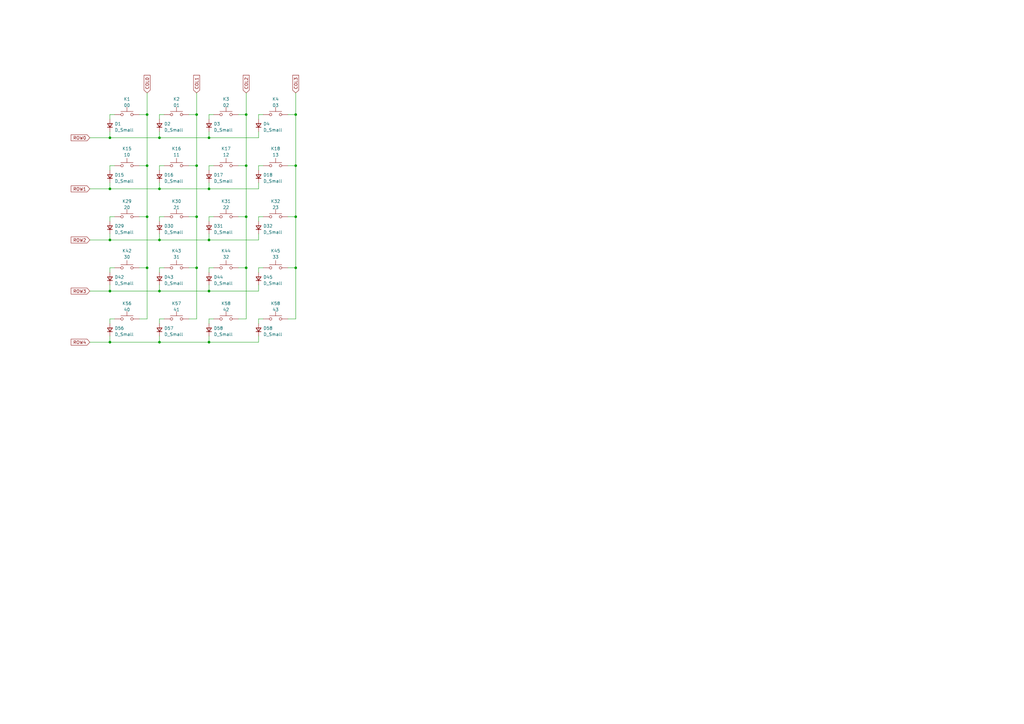
<source format=kicad_sch>
(kicad_sch (version 20230121) (generator eeschema)
  (paper "A3")
  (lib_symbols
    (symbol "Device:D_Small" (pin_numbers hide) (pin_names (offset 0.254) hide)
      (property "Reference" "D" (at -1.27 2.032 0))
      (property "Value" "D_Small" (at -3.81 -2.032 0))
      (symbol "D_Small_0_1"
        (polyline (pts (xy -0.762 -1.016) (xy -0.762 1.016)) (stroke (width 0.254)))
        (polyline (pts (xy -0.762 0) (xy 0.762 0)))
        (polyline (pts (xy 0.762 -1.016) (xy -0.762 0) (xy 0.762 1.016) (xy 0.762 -1.016)) (stroke (width 0.254)))
      )
      (symbol "D_Small_1_1"
        (pin passive line (at -2.54 0 0) (length 1.778) (name "K") (number "1"))
        (pin passive line (at 2.54 0 180) (length 1.778) (name "A") (number "2"))
      )
    )
    (symbol "Switch:SW_Push" (pin_numbers hide) (pin_names (offset 1.016) hide)
      (property "Reference" "SW" (at 1.27 2.54 0))
      (property "Value" "SW_Push" (at 0 -1.524 0))
      (symbol "SW_Push_0_1"
        (circle (center -2.032 0) (radius 0.508))
        (polyline (pts (xy 0 1.27) (xy 0 3.048)))
        (polyline (pts (xy 2.54 1.27) (xy -2.54 1.27)))
        (circle (center 2.032 0) (radius 0.508))
        (pin passive line (at -5.08 0 0) (length 2.54) (name "1") (number "1"))
        (pin passive line (at 5.08 0 180) (length 2.54) (name "2") (number "2"))
      )
    )
  )
  (junction (at 65.405 140.335))
  (junction (at 85.725 119.38))
  (junction (at 45.085 98.425))
  (junction (at 121.285 88.9))
  (junction (at 121.285 109.855))
  (junction (at 65.405 98.425))
  (junction (at 85.725 77.47))
  (junction (at 60.325 67.945))
  (junction (at 80.645 88.9))
  (junction (at 100.965 88.9))
  (junction (at 60.325 46.99))
  (junction (at 100.965 46.99))
  (junction (at 60.325 109.855))
  (junction (at 65.405 56.515))
  (junction (at 45.085 56.515))
  (junction (at 80.645 46.99))
  (junction (at 85.725 56.515))
  (junction (at 85.725 140.335))
  (junction (at 60.325 88.9))
  (junction (at 100.965 67.945))
  (junction (at 80.645 67.945))
  (junction (at 100.965 109.855))
  (junction (at 85.725 98.425))
  (junction (at 45.085 119.38))
  (junction (at 45.085 77.47))
  (junction (at 65.405 119.38))
  (junction (at 45.085 140.335))
  (junction (at 80.645 109.855))
  (junction (at 65.405 77.47))
  (junction (at 121.285 67.945))
  (junction (at 121.285 46.99))
  (wire (pts (xy 65.405 130.81) (xy 65.405 132.715)))
  (wire (pts (xy 45.085 98.425) (xy 65.405 98.425)))
  (wire (pts (xy 85.725 116.84) (xy 85.725 119.38)))
  (wire (pts (xy 118.11 109.855) (xy 121.285 109.855)))
  (wire (pts (xy 106.045 46.99) (xy 106.045 48.895)))
  (wire (pts (xy 77.47 109.855) (xy 80.645 109.855)))
  (wire (pts (xy 80.645 88.9) (xy 80.645 109.855)))
  (wire (pts (xy 57.15 67.945) (xy 60.325 67.945)))
  (wire (pts (xy 65.405 95.885) (xy 65.405 98.425)))
  (wire (pts (xy 77.47 130.81) (xy 80.645 130.81)))
  (wire (pts (xy 107.95 109.855) (xy 106.045 109.855)))
  (wire (pts (xy 65.405 88.9) (xy 65.405 90.805)))
  (wire (pts (xy 57.15 88.9) (xy 60.325 88.9)))
  (wire (pts (xy 121.285 38.1) (xy 121.285 46.99)))
  (wire (pts (xy 118.11 67.945) (xy 121.285 67.945)))
  (wire (pts (xy 45.085 137.795) (xy 45.085 140.335)))
  (wire (pts (xy 85.725 140.335) (xy 106.045 140.335)))
  (wire (pts (xy 45.085 119.38) (xy 65.405 119.38)))
  (wire (pts (xy 107.95 88.9) (xy 106.045 88.9)))
  (wire (pts (xy 87.63 46.99) (xy 85.725 46.99)))
  (wire (pts (xy 85.725 130.81) (xy 85.725 132.715)))
  (wire (pts (xy 106.045 109.855) (xy 106.045 111.76)))
  (wire (pts (xy 118.11 88.9) (xy 121.285 88.9)))
  (wire (pts (xy 65.405 137.795) (xy 65.405 140.335)))
  (wire (pts (xy 60.325 38.1) (xy 60.325 46.99)))
  (wire (pts (xy 45.085 109.855) (xy 45.085 111.76)))
  (wire (pts (xy 60.325 67.945) (xy 60.325 88.9)))
  (wire (pts (xy 100.965 38.1) (xy 100.965 46.99)))
  (wire (pts (xy 107.95 67.945) (xy 106.045 67.945)))
  (wire (pts (xy 65.405 109.855) (xy 65.405 111.76)))
  (wire (pts (xy 45.085 67.945) (xy 45.085 69.85)))
  (wire (pts (xy 65.405 98.425) (xy 85.725 98.425)))
  (wire (pts (xy 65.405 53.975) (xy 65.405 56.515)))
  (wire (pts (xy 87.63 67.945) (xy 85.725 67.945)))
  (wire (pts (xy 85.725 46.99) (xy 85.725 48.895)))
  (wire (pts (xy 118.11 46.99) (xy 121.285 46.99)))
  (wire (pts (xy 46.99 88.9) (xy 45.085 88.9)))
  (wire (pts (xy 36.83 119.38) (xy 45.085 119.38)))
  (wire (pts (xy 107.95 46.99) (xy 106.045 46.99)))
  (wire (pts (xy 45.085 53.975) (xy 45.085 56.515)))
  (wire (pts (xy 100.965 67.945) (xy 100.965 88.9)))
  (wire (pts (xy 106.045 88.9) (xy 106.045 90.805)))
  (wire (pts (xy 87.63 88.9) (xy 85.725 88.9)))
  (wire (pts (xy 45.085 140.335) (xy 65.405 140.335)))
  (wire (pts (xy 106.045 74.93) (xy 106.045 77.47)))
  (wire (pts (xy 80.645 109.855) (xy 80.645 130.81)))
  (wire (pts (xy 85.725 67.945) (xy 85.725 69.85)))
  (wire (pts (xy 65.405 119.38) (xy 85.725 119.38)))
  (wire (pts (xy 85.725 77.47) (xy 106.045 77.47)))
  (wire (pts (xy 45.085 95.885) (xy 45.085 98.425)))
  (wire (pts (xy 65.405 77.47) (xy 85.725 77.47)))
  (wire (pts (xy 45.085 74.93) (xy 45.085 77.47)))
  (wire (pts (xy 100.965 88.9) (xy 100.965 109.855)))
  (wire (pts (xy 77.47 67.945) (xy 80.645 67.945)))
  (wire (pts (xy 36.83 77.47) (xy 45.085 77.47)))
  (wire (pts (xy 46.99 109.855) (xy 45.085 109.855)))
  (wire (pts (xy 65.405 56.515) (xy 85.725 56.515)))
  (wire (pts (xy 65.405 140.335) (xy 85.725 140.335)))
  (wire (pts (xy 36.83 56.515) (xy 45.085 56.515)))
  (wire (pts (xy 121.285 46.99) (xy 121.285 67.945)))
  (wire (pts (xy 45.085 46.99) (xy 45.085 48.895)))
  (wire (pts (xy 46.99 67.945) (xy 45.085 67.945)))
  (wire (pts (xy 67.31 67.945) (xy 65.405 67.945)))
  (wire (pts (xy 87.63 109.855) (xy 85.725 109.855)))
  (wire (pts (xy 85.725 109.855) (xy 85.725 111.76)))
  (wire (pts (xy 65.405 74.93) (xy 65.405 77.47)))
  (wire (pts (xy 121.285 67.945) (xy 121.285 88.9)))
  (wire (pts (xy 60.325 46.99) (xy 60.325 67.945)))
  (wire (pts (xy 45.085 130.81) (xy 45.085 132.715)))
  (wire (pts (xy 107.95 130.81) (xy 106.045 130.81)))
  (wire (pts (xy 65.405 67.945) (xy 65.405 69.85)))
  (wire (pts (xy 65.405 46.99) (xy 65.405 48.895)))
  (wire (pts (xy 100.965 46.99) (xy 100.965 67.945)))
  (wire (pts (xy 87.63 130.81) (xy 85.725 130.81)))
  (wire (pts (xy 106.045 67.945) (xy 106.045 69.85)))
  (wire (pts (xy 106.045 53.975) (xy 106.045 56.515)))
  (wire (pts (xy 106.045 137.795) (xy 106.045 140.335)))
  (wire (pts (xy 36.83 140.335) (xy 45.085 140.335)))
  (wire (pts (xy 80.645 46.99) (xy 80.645 67.945)))
  (wire (pts (xy 46.99 46.99) (xy 45.085 46.99)))
  (wire (pts (xy 67.31 46.99) (xy 65.405 46.99)))
  (wire (pts (xy 57.15 130.81) (xy 60.325 130.81)))
  (wire (pts (xy 80.645 67.945) (xy 80.645 88.9)))
  (wire (pts (xy 85.725 95.885) (xy 85.725 98.425)))
  (wire (pts (xy 67.31 88.9) (xy 65.405 88.9)))
  (wire (pts (xy 60.325 109.855) (xy 60.325 130.81)))
  (wire (pts (xy 85.725 137.795) (xy 85.725 140.335)))
  (wire (pts (xy 121.285 109.855) (xy 121.285 130.81)))
  (wire (pts (xy 45.085 77.47) (xy 65.405 77.47)))
  (wire (pts (xy 36.83 98.425) (xy 45.085 98.425)))
  (wire (pts (xy 60.325 88.9) (xy 60.325 109.855)))
  (wire (pts (xy 77.47 46.99) (xy 80.645 46.99)))
  (wire (pts (xy 85.725 119.38) (xy 106.045 119.38)))
  (wire (pts (xy 57.15 109.855) (xy 60.325 109.855)))
  (wire (pts (xy 106.045 116.84) (xy 106.045 119.38)))
  (wire (pts (xy 106.045 95.885) (xy 106.045 98.425)))
  (wire (pts (xy 97.79 88.9) (xy 100.965 88.9)))
  (wire (pts (xy 57.15 46.99) (xy 60.325 46.99)))
  (wire (pts (xy 85.725 74.93) (xy 85.725 77.47)))
  (wire (pts (xy 45.085 116.84) (xy 45.085 119.38)))
  (wire (pts (xy 121.285 88.9) (xy 121.285 109.855)))
  (wire (pts (xy 77.47 88.9) (xy 80.645 88.9)))
  (wire (pts (xy 106.045 130.81) (xy 106.045 132.715)))
  (wire (pts (xy 85.725 98.425) (xy 106.045 98.425)))
  (wire (pts (xy 80.645 38.1) (xy 80.645 46.99)))
  (wire (pts (xy 67.31 130.81) (xy 65.405 130.81)))
  (wire (pts (xy 85.725 88.9) (xy 85.725 90.805)))
  (wire (pts (xy 45.085 88.9) (xy 45.085 90.805)))
  (wire (pts (xy 118.11 130.81) (xy 121.285 130.81)))
  (wire (pts (xy 46.99 130.81) (xy 45.085 130.81)))
  (wire (pts (xy 97.79 109.855) (xy 100.965 109.855)))
  (wire (pts (xy 45.085 56.515) (xy 65.405 56.515)))
  (wire (pts (xy 85.725 56.515) (xy 106.045 56.515)))
  (wire (pts (xy 85.725 53.975) (xy 85.725 56.515)))
  (wire (pts (xy 97.79 67.945) (xy 100.965 67.945)))
  (wire (pts (xy 100.965 109.855) (xy 100.965 130.81)))
  (wire (pts (xy 65.405 116.84) (xy 65.405 119.38)))
  (wire (pts (xy 67.31 109.855) (xy 65.405 109.855)))
  (wire (pts (xy 97.79 46.99) (xy 100.965 46.99)))
  (wire (pts (xy 97.79 130.81) (xy 100.965 130.81)))
  (global_label "ROW2" (shape input) (at 36.83 98.425 180) (property "Intersheetrefs" "${INTERSHEET_REFS}" (effects hide)))
  (global_label "ROW3" (shape input) (at 36.83 119.38 180) (property "Intersheetrefs" "${INTERSHEET_REFS}" (effects hide)))
  (global_label "COL1" (shape input) (at 80.645 38.1 90) (property "Intersheetrefs" "${INTERSHEET_REFS}" (effects hide)))
  (global_label "ROW1" (shape input) (at 36.83 77.47 180) (property "Intersheetrefs" "${INTERSHEET_REFS}" (effects hide)))
  (global_label "COL3" (shape input) (at 121.285 38.1 90) (property "Intersheetrefs" "${INTERSHEET_REFS}" (effects hide)))
  (global_label "COL2" (shape input) (at 100.965 38.1 90) (property "Intersheetrefs" "${INTERSHEET_REFS}" (effects hide)))
  (global_label "COL0" (shape input) (at 60.325 38.1 90) (property "Intersheetrefs" "${INTERSHEET_REFS}" (effects hide)))
  (global_label "ROW0" (shape input) (at 36.83 56.515 180) (property "Intersheetrefs" "${INTERSHEET_REFS}" (effects hide)))
  (global_label "ROW4" (shape input) (at 36.83 140.335 180) (property "Intersheetrefs" "${INTERSHEET_REFS}" (effects hide)))
  (symbol (lib_id "Device:D_Small") (at 106.045 93.345 90) (unit 1)
    (property "Reference" "D32" (at 107.95 92.71 90) (effects (justify right)))
    (property "Value" "D_Small" (at 107.95 95.25 90) (effects (justify right)))
    (property "Footprint" "Diode_SMD:D_SOD-123" (effects hide))
    (property "Sim.Device" "D" (effects hide))
    (property "Sim.Pins" "1=K 2=A" (effects hide))
    (instances (project "rp2040_split_main" (path "" (reference "D32") (unit 1))) (project "rp2040_split_numpad" (path "" (reference "D12") (unit 1))))
  )
  (symbol (lib_id "Switch:SW_Push") (at 72.39 130.81 0) (unit 1)
    (property "Reference" "K57" (at 72.39 124.46 0))
    (property "Value" "41" (at 72.39 127 0))
    (property "Footprint" "MX_Only:MXOnly-1U-Hotswap" (effects hide))
    (instances (project "rp2040_split_main" (path "" (reference "K57") (unit 1))) (project "rp2040_split_numpad" (path "" (reference "K18") (unit 1))))
  )
  (symbol (lib_id "Device:D_Small") (at 45.085 93.345 90) (unit 1)
    (property "Reference" "D29" (at 46.99 92.71 90) (effects (justify right)))
    (property "Value" "D_Small" (at 46.99 95.25 90) (effects (justify right)))
    (property "Footprint" "Diode_SMD:D_SOD-123" (effects hide))
    (property "Sim.Device" "D" (effects hide))
    (property "Sim.Pins" "1=K 2=A" (effects hide))
    (instances (project "rp2040_split_main" (path "" (reference "D29") (unit 1))) (project "rp2040_split_numpad" (path "" (reference "D9") (unit 1))))
  )
  (symbol (lib_id "Device:D_Small") (at 85.725 93.345 90) (unit 1)
    (property "Reference" "D31" (at 87.63 92.71 90) (effects (justify right)))
    (property "Value" "D_Small" (at 87.63 95.25 90) (effects (justify right)))
    (property "Footprint" "Diode_SMD:D_SOD-123" (effects hide))
    (property "Sim.Device" "D" (effects hide))
    (property "Sim.Pins" "1=K 2=A" (effects hide))
    (instances (project "rp2040_split_main" (path "" (reference "D31") (unit 1))) (project "rp2040_split_numpad" (path "" (reference "D11") (unit 1))))
  )
  (symbol (lib_id "Switch:SW_Push") (at 72.39 109.855 0) (unit 1)
    (property "Reference" "K43" (at 72.39 102.87 0))
    (property "Value" "31" (at 72.39 105.41 0))
    (property "Footprint" "MX_Only:MXOnly-1U-Hotswap" (effects hide))
    (instances (project "rp2040_split_main" (path "" (reference "K43") (unit 1))) (project "rp2040_split_numpad" (path "" (reference "K14") (unit 1))))
  )
  (symbol (lib_id "Switch:SW_Push") (at 113.03 109.855 0) (unit 1)
    (property "Reference" "K45" (at 113.03 102.87 0))
    (property "Value" "33" (at 113.03 105.41 0))
    (property "Footprint" "MX_Only:MXOnly-1U-Hotswap" (effects hide))
    (instances (project "rp2040_split_main" (path "" (reference "K45") (unit 1))) (project "rp2040_split_numpad" (path "" (reference "K16") (unit 1))))
  )
  (symbol (lib_id "Switch:SW_Push") (at 92.71 88.9 0) (unit 1)
    (property "Reference" "K31" (at 92.71 82.55 0))
    (property "Value" "22" (at 92.71 85.09 0))
    (property "Footprint" "MX_Only:MXOnly-1U-Hotswap" (effects hide))
    (instances (project "rp2040_split_main" (path "" (reference "K31") (unit 1))) (project "rp2040_split_numpad" (path "" (reference "K11") (unit 1))))
  )
  (symbol (lib_id "Device:D_Small") (at 45.085 135.255 90) (unit 1)
    (property "Reference" "D56" (at 46.99 134.62 90) (effects (justify right)))
    (property "Value" "D_Small" (at 46.99 137.16 90) (effects (justify right)))
    (property "Footprint" "Diode_SMD:D_SOD-123" (effects hide))
    (property "Sim.Device" "D" (effects hide))
    (property "Sim.Pins" "1=K 2=A" (effects hide))
    (instances (project "rp2040_split_main" (path "" (reference "D56") (unit 1))) (project "rp2040_split_numpad" (path "" (reference "D17") (unit 1))))
  )
  (symbol (lib_id "Device:D_Small") (at 45.085 51.435 90) (unit 1)
    (property "Reference" "D1" (at 46.99 50.8 90) (effects (justify right)))
    (property "Value" "D_Small" (at 46.99 53.34 90) (effects (justify right)))
    (property "Footprint" "Diode_SMD:D_SOD-123" (effects hide))
    (property "Sim.Device" "D" (effects hide))
    (property "Sim.Pins" "1=K 2=A" (effects hide))
  )
  (symbol (lib_id "Device:D_Small") (at 106.045 72.39 90) (unit 1)
    (property "Reference" "D18" (at 107.95 71.755 90) (effects (justify right)))
    (property "Value" "D_Small" (at 107.95 74.295 90) (effects (justify right)))
    (property "Footprint" "Diode_SMD:D_SOD-123" (effects hide))
    (property "Sim.Device" "D" (effects hide))
    (property "Sim.Pins" "1=K 2=A" (effects hide))
    (instances (project "rp2040_split_main" (path "" (reference "D18") (unit 1))) (project "rp2040_split_numpad" (path "" (reference "D8") (unit 1))))
  )
  (symbol (lib_id "Switch:SW_Push") (at 113.03 46.99 0) (unit 1)
    (property "Reference" "K4" (at 113.03 40.64 0))
    (property "Value" "03" (at 113.03 43.18 0))
    (property "Footprint" "MX_Only:MXOnly-1U-Hotswap" (effects hide))
  )
  (symbol (lib_id "Switch:SW_Push") (at 52.07 130.81 0) (unit 1)
    (property "Reference" "K56" (at 52.07 124.46 0))
    (property "Value" "40" (at 52.07 127 0))
    (property "Footprint" "MX_Only:MXOnly-1U-Hotswap" (effects hide))
    (instances (project "rp2040_split_main" (path "" (reference "K56") (unit 1))) (project "rp2040_split_numpad" (path "" (reference "K17") (unit 1))))
  )
  (symbol (lib_id "Device:D_Small") (at 65.405 51.435 90) (unit 1)
    (property "Reference" "D2" (at 67.31 50.8 90) (effects (justify right)))
    (property "Value" "D_Small" (at 67.31 53.34 90) (effects (justify right)))
    (property "Footprint" "Diode_SMD:D_SOD-123" (effects hide))
    (property "Sim.Device" "D" (effects hide))
    (property "Sim.Pins" "1=K 2=A" (effects hide))
  )
  (symbol (lib_id "Device:D_Small") (at 65.405 93.345 90) (unit 1)
    (property "Reference" "D30" (at 67.31 92.71 90) (effects (justify right)))
    (property "Value" "D_Small" (at 67.31 95.25 90) (effects (justify right)))
    (property "Footprint" "Diode_SMD:D_SOD-123" (effects hide))
    (property "Sim.Device" "D" (effects hide))
    (property "Sim.Pins" "1=K 2=A" (effects hide))
    (instances (project "rp2040_split_main" (path "" (reference "D30") (unit 1))) (project "rp2040_split_numpad" (path "" (reference "D10") (unit 1))))
  )
  (symbol (lib_id "Switch:SW_Push") (at 92.71 67.945 0) (unit 1)
    (property "Reference" "K17" (at 92.71 60.96 0))
    (property "Value" "12" (at 92.71 63.5 0))
    (property "Footprint" "MX_Only:MXOnly-1U-Hotswap" (effects hide))
    (instances (project "rp2040_split_main" (path "" (reference "K17") (unit 1))) (project "rp2040_split_numpad" (path "" (reference "K7") (unit 1))))
  )
  (symbol (lib_id "Switch:SW_Push") (at 92.71 109.855 0) (unit 1)
    (property "Reference" "K44" (at 92.71 102.87 0))
    (property "Value" "32" (at 92.71 105.41 0))
    (property "Footprint" "MX_Only:MXOnly-1U-Hotswap" (effects hide))
    (instances (project "rp2040_split_main" (path "" (reference "K44") (unit 1))) (project "rp2040_split_numpad" (path "" (reference "K15") (unit 1))))
  )
  (symbol (lib_id "Switch:SW_Push") (at 92.71 46.99 0) (unit 1)
    (property "Reference" "K3" (at 92.71 40.64 0))
    (property "Value" "02" (at 92.71 43.18 0))
    (property "Footprint" "MX_Only:MXOnly-1U-Hotswap" (effects hide))
  )
  (symbol (lib_id "Device:D_Small") (at 85.725 72.39 90) (unit 1)
    (property "Reference" "D17" (at 87.63 71.755 90) (effects (justify right)))
    (property "Value" "D_Small" (at 87.63 74.295 90) (effects (justify right)))
    (property "Footprint" "Diode_SMD:D_SOD-123" (effects hide))
    (property "Sim.Device" "D" (effects hide))
    (property "Sim.Pins" "1=K 2=A" (effects hide))
    (instances (project "rp2040_split_main" (path "" (reference "D17") (unit 1))) (project "rp2040_split_numpad" (path "" (reference "D7") (unit 1))))
  )
  (symbol (lib_id "Switch:SW_Push") (at 92.71 130.81 0) (unit 1)
    (property "Reference" "K58" (at 92.71 124.46 0))
    (property "Value" "42" (at 92.71 127 0))
    (property "Footprint" "MX_Only:MXOnly-1U-Hotswap" (effects hide))
    (instances (project "rp2040_split_main" (path "" (reference "K58") (unit 1))) (project "rp2040_split_numpad" (path "" (reference "K19") (unit 1))))
  )
  (symbol (lib_id "Device:D_Small") (at 85.725 135.255 90) (unit 1)
    (property "Reference" "D58" (at 87.63 134.62 90) (effects (justify right)))
    (property "Value" "D_Small" (at 87.63 137.16 90) (effects (justify right)))
    (property "Footprint" "Diode_SMD:D_SOD-123" (effects hide))
    (property "Sim.Device" "D" (effects hide))
    (property "Sim.Pins" "1=K 2=A" (effects hide))
    (instances (project "rp2040_split_main" (path "" (reference "D58") (unit 1))) (project "rp2040_split_numpad" (path "" (reference "D19") (unit 1))))
  )
  (symbol (lib_id "Switch:SW_Push") (at 52.07 46.99 0) (unit 1)
    (property "Reference" "K1" (at 52.07 40.64 0))
    (property "Value" "00" (at 52.07 43.18 0))
    (property "Footprint" "MX_Only:MXOnly-1U-Hotswap" (effects hide))
  )
  (symbol (lib_id "Switch:SW_Push") (at 72.39 88.9 0) (unit 1)
    (property "Reference" "K30" (at 72.39 82.55 0))
    (property "Value" "21" (at 72.39 85.09 0))
    (property "Footprint" "MX_Only:MXOnly-1U-Hotswap" (effects hide))
    (instances (project "rp2040_split_main" (path "" (reference "K30") (unit 1))) (project "rp2040_split_numpad" (path "" (reference "K10") (unit 1))))
  )
  (symbol (lib_id "Switch:SW_Push") (at 52.07 109.855 0) (unit 1)
    (property "Reference" "K42" (at 52.07 102.87 0))
    (property "Value" "30" (at 52.07 105.41 0))
    (property "Footprint" "MX_Only:MXOnly-1U-Hotswap" (effects hide))
    (instances (project "rp2040_split_main" (path "" (reference "K42") (unit 1))) (project "rp2040_split_numpad" (path "" (reference "K13") (unit 1))))
  )
  (symbol (lib_id "Switch:SW_Push") (at 52.07 67.945 0) (unit 1)
    (property "Reference" "K15" (at 52.07 60.96 0))
    (property "Value" "10" (at 52.07 63.5 0))
    (property "Footprint" "MX_Only:MXOnly-1U-Hotswap" (effects hide))
    (instances (project "rp2040_split_main" (path "" (reference "K15") (unit 1))) (project "rp2040_split_numpad" (path "" (reference "K5") (unit 1))))
  )
  (symbol (lib_id "Device:D_Small") (at 65.405 135.255 90) (unit 1)
    (property "Reference" "D57" (at 67.31 134.62 90) (effects (justify right)))
    (property "Value" "D_Small" (at 67.31 137.16 90) (effects (justify right)))
    (property "Footprint" "Diode_SMD:D_SOD-123" (effects hide))
    (property "Sim.Device" "D" (effects hide))
    (property "Sim.Pins" "1=K 2=A" (effects hide))
    (instances (project "rp2040_split_main" (path "" (reference "D57") (unit 1))) (project "rp2040_split_numpad" (path "" (reference "D18") (unit 1))))
  )
  (symbol (lib_id "Device:D_Small") (at 85.725 51.435 90) (unit 1)
    (property "Reference" "D3" (at 87.63 50.8 90) (effects (justify right)))
    (property "Value" "D_Small" (at 87.63 53.34 90) (effects (justify right)))
    (property "Footprint" "Diode_SMD:D_SOD-123" (effects hide))
    (property "Sim.Device" "D" (effects hide))
    (property "Sim.Pins" "1=K 2=A" (effects hide))
  )
  (symbol (lib_id "Switch:SW_Push") (at 113.03 88.9 0) (unit 1)
    (property "Reference" "K32" (at 113.03 82.55 0))
    (property "Value" "23" (at 113.03 85.09 0))
    (property "Footprint" "MX_Only:MXOnly-1U-Hotswap" (effects hide))
    (instances (project "rp2040_split_main" (path "" (reference "K32") (unit 1))) (project "rp2040_split_numpad" (path "" (reference "K12") (unit 1))))
  )
  (symbol (lib_id "Switch:SW_Push") (at 113.03 130.81 0) (unit 1)
    (property "Reference" "K58" (at 113.03 124.46 0))
    (property "Value" "43" (at 113.03 127 0))
    (property "Footprint" "MX_Only:MXOnly-1U-Hotswap" (effects hide))
    (instances (project "rp2040_split_main" (path "" (reference "K58") (unit 1))) (project "rp2040_split_numpad" (path "" (reference "K20") (unit 1))))
  )
  (symbol (lib_id "Device:D_Small") (at 45.085 114.3 90) (unit 1)
    (property "Reference" "D42" (at 46.99 113.665 90) (effects (justify right)))
    (property "Value" "D_Small" (at 46.99 116.205 90) (effects (justify right)))
    (property "Footprint" "Diode_SMD:D_SOD-123" (effects hide))
    (property "Sim.Device" "D" (effects hide))
    (property "Sim.Pins" "1=K 2=A" (effects hide))
    (instances (project "rp2040_split_main" (path "" (reference "D42") (unit 1))) (project "rp2040_split_numpad" (path "" (reference "D13") (unit 1))))
  )
  (symbol (lib_id "Device:D_Small") (at 45.085 72.39 90) (unit 1)
    (property "Reference" "D15" (at 46.99 71.755 90) (effects (justify right)))
    (property "Value" "D_Small" (at 46.99 74.295 90) (effects (justify right)))
    (property "Footprint" "Diode_SMD:D_SOD-123" (effects hide))
    (property "Sim.Device" "D" (effects hide))
    (property "Sim.Pins" "1=K 2=A" (effects hide))
    (instances (project "rp2040_split_main" (path "" (reference "D15") (unit 1))) (project "rp2040_split_numpad" (path "" (reference "D5") (unit 1))))
  )
  (symbol (lib_id "Switch:SW_Push") (at 72.39 46.99 0) (unit 1)
    (property "Reference" "K2" (at 72.39 40.64 0))
    (property "Value" "01" (at 72.39 43.18 0))
    (property "Footprint" "MX_Only:MXOnly-1U-Hotswap" (effects hide))
  )
  (symbol (lib_id "Switch:SW_Push") (at 113.03 67.945 0) (unit 1)
    (property "Reference" "K18" (at 113.03 60.96 0))
    (property "Value" "13" (at 113.03 63.5 0))
    (property "Footprint" "MX_Only:MXOnly-1U-Hotswap" (effects hide))
    (instances (project "rp2040_split_main" (path "" (reference "K18") (unit 1))) (project "rp2040_split_numpad" (path "" (reference "K8") (unit 1))))
  )
  (symbol (lib_id "Device:D_Small") (at 65.405 72.39 90) (unit 1)
    (property "Reference" "D16" (at 67.31 71.755 90) (effects (justify right)))
    (property "Value" "D_Small" (at 67.31 74.295 90) (effects (justify right)))
    (property "Footprint" "Diode_SMD:D_SOD-123" (effects hide))
    (property "Sim.Device" "D" (effects hide))
    (property "Sim.Pins" "1=K 2=A" (effects hide))
    (instances (project "rp2040_split_main" (path "" (reference "D16") (unit 1))) (project "rp2040_split_numpad" (path "" (reference "D6") (unit 1))))
  )
  (symbol (lib_id "Device:D_Small") (at 106.045 135.255 90) (unit 1)
    (property "Reference" "D58" (at 107.95 134.62 90) (effects (justify right)))
    (property "Value" "D_Small" (at 107.95 137.16 90) (effects (justify right)))
    (property "Footprint" "Diode_SMD:D_SOD-123" (effects hide))
    (property "Sim.Device" "D" (effects hide))
    (property "Sim.Pins" "1=K 2=A" (effects hide))
    (instances (project "rp2040_split_main" (path "" (reference "D58") (unit 1))) (project "rp2040_split_numpad" (path "" (reference "D20") (unit 1))))
  )
  (symbol (lib_id "Switch:SW_Push") (at 52.07 88.9 0) (unit 1)
    (property "Reference" "K29" (at 52.07 82.55 0))
    (property "Value" "20" (at 52.07 85.09 0))
    (property "Footprint" "MX_Only:MXOnly-1U-Hotswap" (effects hide))
    (instances (project "rp2040_split_main" (path "" (reference "K29") (unit 1))) (project "rp2040_split_numpad" (path "" (reference "K9") (unit 1))))
  )
  (symbol (lib_id "Device:D_Small") (at 65.405 114.3 90) (unit 1)
    (property "Reference" "D43" (at 67.31 113.665 90) (effects (justify right)))
    (property "Value" "D_Small" (at 67.31 116.205 90) (effects (justify right)))
    (property "Footprint" "Diode_SMD:D_SOD-123" (effects hide))
    (property "Sim.Device" "D" (effects hide))
    (property "Sim.Pins" "1=K 2=A" (effects hide))
    (instances (project "rp2040_split_main" (path "" (reference "D43") (unit 1))) (project "rp2040_split_numpad" (path "" (reference "D14") (unit 1))))
  )
  (symbol (lib_id "Device:D_Small") (at 85.725 114.3 90) (unit 1)
    (property "Reference" "D44" (at 87.63 113.665 90) (effects (justify right)))
    (property "Value" "D_Small" (at 87.63 116.205 90) (effects (justify right)))
    (property "Footprint" "Diode_SMD:D_SOD-123" (effects hide))
    (property "Sim.Device" "D" (effects hide))
    (property "Sim.Pins" "1=K 2=A" (effects hide))
    (instances (project "rp2040_split_main" (path "" (reference "D44") (unit 1))) (project "rp2040_split_numpad" (path "" (reference "D15") (unit 1))))
  )
  (symbol (lib_id "Device:D_Small") (at 106.045 51.435 90) (unit 1)
    (property "Reference" "D4" (at 107.95 50.8 90) (effects (justify right)))
    (property "Value" "D_Small" (at 107.95 53.34 90) (effects (justify right)))
    (property "Footprint" "Diode_SMD:D_SOD-123" (effects hide))
    (property "Sim.Device" "D" (effects hide))
    (property "Sim.Pins" "1=K 2=A" (effects hide))
  )
  (symbol (lib_id "Device:D_Small") (at 106.045 114.3 90) (unit 1)
    (property "Reference" "D45" (at 107.95 113.665 90) (effects (justify right)))
    (property "Value" "D_Small" (at 107.95 116.205 90) (effects (justify right)))
    (property "Footprint" "Diode_SMD:D_SOD-123" (effects hide))
    (property "Sim.Device" "D" (effects hide))
    (property "Sim.Pins" "1=K 2=A" (effects hide))
    (instances (project "rp2040_split_main" (path "" (reference "D45") (unit 1))) (project "rp2040_split_numpad" (path "" (reference "D16") (unit 1))))
  )
  (symbol (lib_id "Switch:SW_Push") (at 72.39 67.945 0) (unit 1)
    (property "Reference" "K16" (at 72.39 60.96 0))
    (property "Value" "11" (at 72.39 63.5 0))
    (property "Footprint" "MX_Only:MXOnly-1U-Hotswap" (effects hide))
    (instances (project "rp2040_split_main" (path "" (reference "K16") (unit 1))) (project "rp2040_split_numpad" (path "" (reference "K6") (unit 1))))
  )
)
</source>
